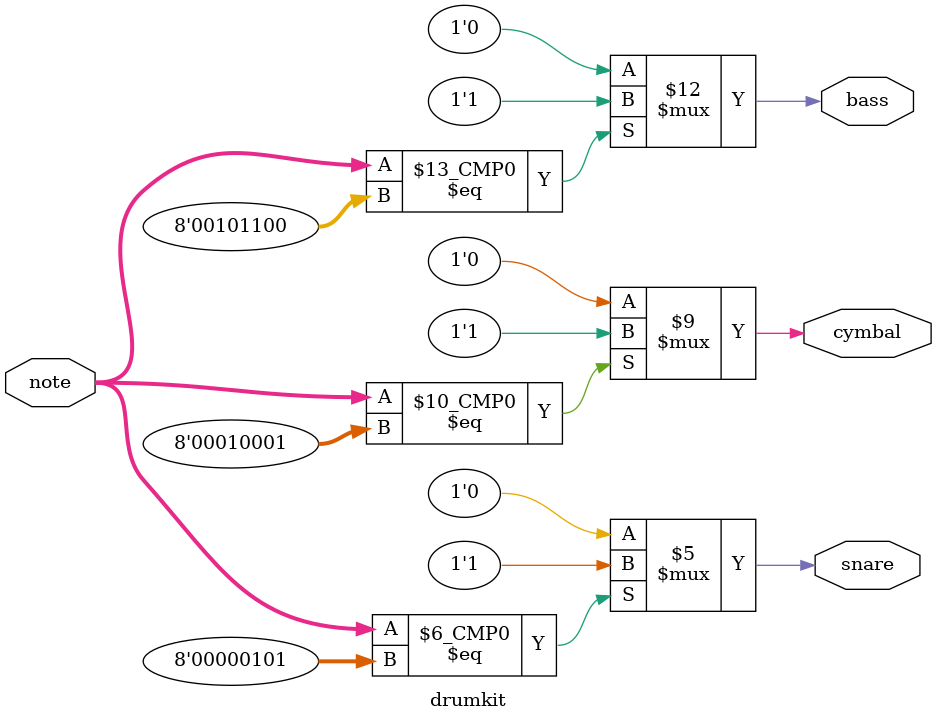
<source format=sv>
module drumkit (
		input [7:0] note,
		output snare,
		output bass,
		output cymbal
);

	 
	 //keyboard
always_comb
	begin
	  snare = 1'b0;
	  bass = 1'b0;
	  cymbal = 1'b0;
				
	  case(note)
			8'd5:			// 'B'
			begin
				snare = 1'b1;
			end 
			
			8'd17:			// 'N' 
			begin
				cymbal = 1'b1;
			end 
			
			8'd44:			// 'Space'
			begin
				bass = 1'b1;
			end
			
			default:
			begin
				snare = 1'b0;
				bass = 1'b0;
				cymbal = 1'b0;
			end
		endcase
end
endmodule


</source>
